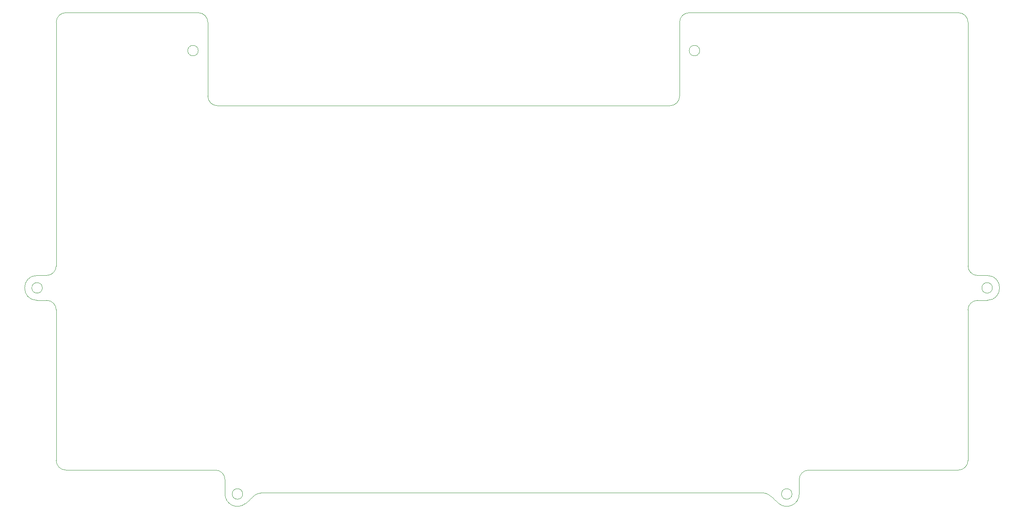
<source format=gm1>
G04 #@! TF.GenerationSoftware,KiCad,Pcbnew,7.0.5-7.0.5~ubuntu22.04.1*
G04 #@! TF.CreationDate,2023-07-14T10:16:13+02:00*
G04 #@! TF.ProjectId,pur-offset-space-55,7075722d-6f66-4667-9365-742d73706163,rev?*
G04 #@! TF.SameCoordinates,Original*
G04 #@! TF.FileFunction,Profile,NP*
%FSLAX46Y46*%
G04 Gerber Fmt 4.6, Leading zero omitted, Abs format (unit mm)*
G04 Created by KiCad (PCBNEW 7.0.5-7.0.5~ubuntu22.04.1) date 2023-07-14 10:16:13*
%MOMM*%
%LPD*%
G01*
G04 APERTURE LIST*
G04 #@! TA.AperFunction,Profile*
%ADD10C,0.100000*%
G04 #@! TD*
%ADD11C,0.100000*%
G04 APERTURE END LIST*
D10*
X240333800Y-104945800D02*
G75*
G03*
X240333800Y-99745800I0J2600000D01*
G01*
X238333800Y-104945800D02*
G75*
G03*
X236333800Y-106945800I0J-2000000D01*
G01*
X178083800Y-44795200D02*
G75*
G03*
X176083800Y-46795140I-100J-1999900D01*
G01*
X193972586Y-145255348D02*
X194274685Y-145359718D01*
X45833800Y-64245800D02*
X45833800Y-46795140D01*
D11*
X87893019Y-145359673D02*
X87991102Y-145323089D01*
X88090846Y-145290284D01*
X88192295Y-145261358D01*
X88295493Y-145236412D01*
X88355267Y-145223983D01*
D10*
X236333800Y-97745800D02*
X236333800Y-83295800D01*
X236333860Y-46795140D02*
G75*
G03*
X234333800Y-44795140I-2000060J-60D01*
G01*
X81096300Y-142445800D02*
G75*
G03*
X79096300Y-140445800I-2000000J0D01*
G01*
X77508760Y-46795140D02*
G75*
G03*
X75508800Y-44795140I-1999960J40D01*
G01*
X45833800Y-106945800D02*
G75*
G03*
X43833800Y-104945800I-2000000J0D01*
G01*
D11*
X196204897Y-146907459D02*
X196285585Y-146983877D01*
X196366567Y-147059644D01*
X196447871Y-147134696D01*
X196529527Y-147208967D01*
X196576356Y-147251033D01*
D10*
X79096300Y-140445800D02*
X47833800Y-140445800D01*
X47833800Y-44795140D02*
X75508800Y-44795140D01*
X203071300Y-140445800D02*
G75*
G03*
X201071300Y-142445800I0J-2000000D01*
G01*
X236333800Y-106945800D02*
X236333800Y-138445800D01*
X201071300Y-145445800D02*
X201071300Y-142445800D01*
X47833800Y-44795140D02*
G75*
G03*
X45833800Y-46795140I0J-2000000D01*
G01*
X41833800Y-99745800D02*
X43833800Y-99745800D01*
X88355267Y-145223983D02*
X88696300Y-145208300D01*
X77508800Y-46795140D02*
X77508800Y-62245800D01*
D11*
X85336559Y-147463113D02*
X85420551Y-147394091D01*
X85504065Y-147324000D01*
X85587101Y-147252842D01*
X85669658Y-147180616D01*
X85716620Y-147138865D01*
D10*
X240333800Y-99745800D02*
X238333800Y-99745800D01*
X75508800Y-52720800D02*
G75*
G03*
X75508800Y-52720800I-1100000J0D01*
G01*
X174083800Y-64245800D02*
G75*
G03*
X176083800Y-62245800I0J2000000D01*
G01*
X240333800Y-104945800D02*
X238333800Y-104945800D01*
D11*
X195595138Y-146314400D02*
X195675316Y-146391851D01*
X195755292Y-146469773D01*
X195835111Y-146548063D01*
X195914818Y-146626620D01*
X195960333Y-146671591D01*
D10*
X86328857Y-146551287D02*
X86572680Y-146314116D01*
X195960333Y-146671591D02*
X196204897Y-146907459D01*
X81096300Y-145445800D02*
G75*
G03*
X85336559Y-147463113I2600000J0D01*
G01*
X176083800Y-46795140D02*
X176083800Y-62245800D01*
X42933800Y-102345800D02*
G75*
G03*
X42933800Y-102345800I-1100000J0D01*
G01*
X45833800Y-97745800D02*
X45833800Y-64245800D01*
D11*
X86572680Y-146314116D02*
X86653097Y-146237251D01*
X86733807Y-146161061D01*
X86814854Y-146085647D01*
X86896282Y-146011109D01*
X86943001Y-145968950D01*
X193471300Y-145208300D02*
X193584490Y-145210551D01*
X193695702Y-145217307D01*
X193804933Y-145228564D01*
X193912186Y-145244322D01*
X193972586Y-145255348D01*
D10*
X87893019Y-145359673D02*
X87602211Y-145489630D01*
X86943001Y-145968950D02*
X87200549Y-145763234D01*
X41833800Y-99745800D02*
G75*
G03*
X41833800Y-104945800I0J-2600000D01*
G01*
D11*
X194274685Y-145359718D02*
X194371163Y-145399990D01*
X194466068Y-145443841D01*
X194559446Y-145491169D01*
X194651340Y-145541872D01*
X194703203Y-145572323D01*
D10*
X241433800Y-102345800D02*
G75*
G03*
X241433800Y-102345800I-1100000J0D01*
G01*
X195349573Y-146081170D02*
X195595138Y-146314400D01*
X45833800Y-138445800D02*
G75*
G03*
X47833800Y-140445800I2000000J0D01*
G01*
X45833800Y-106945800D02*
X45833800Y-138445800D01*
X234333800Y-140445800D02*
X217283800Y-140445800D01*
X199571300Y-145445800D02*
G75*
G03*
X199571300Y-145445800I-1100000J0D01*
G01*
X236333800Y-97745800D02*
G75*
G03*
X238333800Y-99745800I2000000J0D01*
G01*
X84796300Y-145445800D02*
G75*
G03*
X84796300Y-145445800I-1100000J0D01*
G01*
D11*
X194967219Y-145763392D02*
X195052336Y-145829533D01*
X195136582Y-145897665D01*
X195220007Y-145967669D01*
X195302664Y-146039425D01*
X195349573Y-146081170D01*
D10*
X203071300Y-140445800D02*
X217283800Y-140445800D01*
X196576356Y-147251033D02*
X196831454Y-147463449D01*
X77508800Y-62245800D02*
G75*
G03*
X79508800Y-64245800I2000000J0D01*
G01*
X178083800Y-44795140D02*
X234333800Y-44795140D01*
X196831454Y-147463449D02*
G75*
G03*
X201071300Y-145445800I1639846J2017649D01*
G01*
X43833800Y-99745800D02*
G75*
G03*
X45833800Y-97745800I0J2000000D01*
G01*
X236333800Y-64245800D02*
X236333800Y-83295800D01*
X81096300Y-145445800D02*
X81096300Y-142445800D01*
X79508800Y-64245800D02*
X174083800Y-64245800D01*
X194703203Y-145572323D02*
X194967219Y-145763392D01*
D11*
X85962993Y-146907096D02*
X86043404Y-146830095D01*
X86123578Y-146752573D01*
X86203545Y-146674594D01*
X86283333Y-146596222D01*
X86328857Y-146551287D01*
D10*
X180283800Y-52720800D02*
G75*
G03*
X180283800Y-52720800I-1100000J0D01*
G01*
D11*
X87200549Y-145763234D02*
X87286585Y-145699220D01*
X87373600Y-145637435D01*
X87461645Y-145577998D01*
X87550774Y-145521029D01*
X87602211Y-145489630D01*
D10*
X193471300Y-145208300D02*
X88696300Y-145208300D01*
X234333800Y-140445800D02*
G75*
G03*
X236333800Y-138445800I0J2000000D01*
G01*
X236333800Y-46795140D02*
X236333800Y-64245800D01*
X41833800Y-104945800D02*
X43833800Y-104945800D01*
X85716620Y-147138865D02*
X85962993Y-146907096D01*
M02*

</source>
